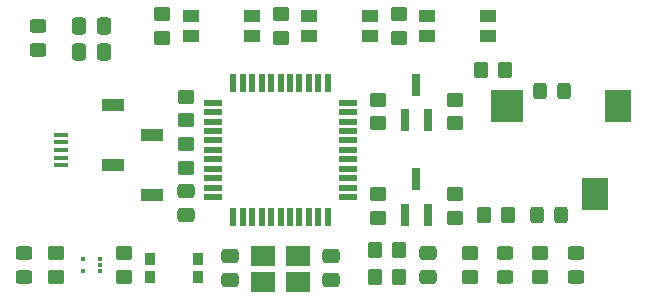
<source format=gbr>
%TF.GenerationSoftware,KiCad,Pcbnew,(6.0.0)*%
%TF.CreationDate,2022-01-08T12:12:36-06:00*%
%TF.ProjectId,microkfd,6d696372-6f6b-4666-942e-6b696361645f,B*%
%TF.SameCoordinates,Original*%
%TF.FileFunction,Paste,Top*%
%TF.FilePolarity,Positive*%
%FSLAX46Y46*%
G04 Gerber Fmt 4.6, Leading zero omitted, Abs format (unit mm)*
G04 Created by KiCad (PCBNEW (6.0.0)) date 2022-01-08 12:12:36*
%MOMM*%
%LPD*%
G01*
G04 APERTURE LIST*
G04 Aperture macros list*
%AMRoundRect*
0 Rectangle with rounded corners*
0 $1 Rounding radius*
0 $2 $3 $4 $5 $6 $7 $8 $9 X,Y pos of 4 corners*
0 Add a 4 corners polygon primitive as box body*
4,1,4,$2,$3,$4,$5,$6,$7,$8,$9,$2,$3,0*
0 Add four circle primitives for the rounded corners*
1,1,$1+$1,$2,$3*
1,1,$1+$1,$4,$5*
1,1,$1+$1,$6,$7*
1,1,$1+$1,$8,$9*
0 Add four rect primitives between the rounded corners*
20,1,$1+$1,$2,$3,$4,$5,0*
20,1,$1+$1,$4,$5,$6,$7,0*
20,1,$1+$1,$6,$7,$8,$9,0*
20,1,$1+$1,$8,$9,$2,$3,0*%
G04 Aperture macros list end*
%ADD10R,1.500000X0.550000*%
%ADD11R,0.550000X1.500000*%
%ADD12R,1.300000X0.450000*%
%ADD13RoundRect,0.250000X0.475000X-0.337500X0.475000X0.337500X-0.475000X0.337500X-0.475000X-0.337500X0*%
%ADD14RoundRect,0.250000X-0.475000X0.337500X-0.475000X-0.337500X0.475000X-0.337500X0.475000X0.337500X0*%
%ADD15RoundRect,0.250000X-0.337500X-0.475000X0.337500X-0.475000X0.337500X0.475000X-0.337500X0.475000X0*%
%ADD16RoundRect,0.249999X-0.325001X-0.450001X0.325001X-0.450001X0.325001X0.450001X-0.325001X0.450001X0*%
%ADD17RoundRect,0.249999X0.325001X0.450001X-0.325001X0.450001X-0.325001X-0.450001X0.325001X-0.450001X0*%
%ADD18RoundRect,0.249999X-0.450001X0.325001X-0.450001X-0.325001X0.450001X-0.325001X0.450001X0.325001X0*%
%ADD19RoundRect,0.249999X0.450001X-0.325001X0.450001X0.325001X-0.450001X0.325001X-0.450001X-0.325001X0*%
%ADD20R,2.200000X2.800000*%
%ADD21R,2.800000X2.800000*%
%ADD22R,1.900000X1.000000*%
%ADD23R,0.800000X1.900000*%
%ADD24RoundRect,0.249999X-0.450001X0.350001X-0.450001X-0.350001X0.450001X-0.350001X0.450001X0.350001X0*%
%ADD25RoundRect,0.249999X0.450001X-0.350001X0.450001X0.350001X-0.450001X0.350001X-0.450001X-0.350001X0*%
%ADD26RoundRect,0.249999X-0.350001X-0.450001X0.350001X-0.450001X0.350001X0.450001X-0.350001X0.450001X0*%
%ADD27R,0.900000X1.000000*%
%ADD28R,1.450000X1.000000*%
%ADD29R,0.450000X0.300000*%
%ADD30R,2.100000X1.800000*%
G04 APERTURE END LIST*
D10*
%TO.C,U2*%
X109300000Y-96000000D03*
X109300000Y-96800000D03*
X109300000Y-97600000D03*
X109300000Y-98400000D03*
X109300000Y-99200000D03*
X109300000Y-100000000D03*
X109300000Y-100800000D03*
X109300000Y-101600000D03*
X109300000Y-102400000D03*
X109300000Y-103200000D03*
X109300000Y-104000000D03*
D11*
X111000000Y-105700000D03*
X111800000Y-105700000D03*
X112600000Y-105700000D03*
X113400000Y-105700000D03*
X114200000Y-105700000D03*
X115000000Y-105700000D03*
X115800000Y-105700000D03*
X116600000Y-105700000D03*
X117400000Y-105700000D03*
X118200000Y-105700000D03*
X119000000Y-105700000D03*
D10*
X120700000Y-104000000D03*
X120700000Y-103200000D03*
X120700000Y-102400000D03*
X120700000Y-101600000D03*
X120700000Y-100800000D03*
X120700000Y-100000000D03*
X120700000Y-99200000D03*
X120700000Y-98400000D03*
X120700000Y-97600000D03*
X120700000Y-96800000D03*
X120700000Y-96000000D03*
D11*
X119000000Y-94300000D03*
X118200000Y-94300000D03*
X117400000Y-94300000D03*
X116600000Y-94300000D03*
X115800000Y-94300000D03*
X115000000Y-94300000D03*
X114200000Y-94300000D03*
X113400000Y-94300000D03*
X112600000Y-94300000D03*
X111800000Y-94300000D03*
X111000000Y-94300000D03*
%TD*%
D12*
%TO.C,J1*%
X96400000Y-98700000D03*
X96400000Y-99350000D03*
X96400000Y-100000000D03*
X96400000Y-100650000D03*
X96400000Y-101300000D03*
%TD*%
D13*
%TO.C,C1*%
X119250000Y-108962500D03*
X119250000Y-111037500D03*
%TD*%
D14*
%TO.C,C2*%
X110750000Y-111037500D03*
X110750000Y-108962500D03*
%TD*%
%TO.C,C3*%
X107000000Y-103462500D03*
X107000000Y-105537500D03*
%TD*%
D15*
%TO.C,C4*%
X97962500Y-89500000D03*
X100037500Y-89500000D03*
%TD*%
D13*
%TO.C,C5*%
X127500000Y-110787500D03*
X127500000Y-108712500D03*
%TD*%
D15*
%TO.C,C6*%
X100037500Y-91750000D03*
X97962500Y-91750000D03*
%TD*%
D16*
%TO.C,D1*%
X136975000Y-95000000D03*
X139025000Y-95000000D03*
%TD*%
D17*
%TO.C,D2*%
X138775000Y-105500000D03*
X136725000Y-105500000D03*
%TD*%
D18*
%TO.C,D3*%
X93250000Y-110775000D03*
X93250000Y-108725000D03*
%TD*%
D19*
%TO.C,D4*%
X134000000Y-110750000D03*
X134000000Y-108700000D03*
%TD*%
%TO.C,D5*%
X140000000Y-108725000D03*
X140000000Y-110775000D03*
%TD*%
D18*
%TO.C,F1*%
X94500000Y-89475000D03*
X94500000Y-91525000D03*
%TD*%
D20*
%TO.C,J2*%
X141600000Y-103700000D03*
X143600000Y-96300000D03*
D21*
X134200000Y-96300000D03*
%TD*%
D22*
%TO.C,J3*%
X104150000Y-103810000D03*
X104150000Y-98730000D03*
X100850000Y-101270000D03*
X100850000Y-96190000D03*
%TD*%
D23*
%TO.C,Q1*%
X125550000Y-97500000D03*
X127450000Y-97500000D03*
X126500000Y-94500000D03*
%TD*%
%TO.C,Q2*%
X126500000Y-102500000D03*
X127450000Y-105500000D03*
X125550000Y-105500000D03*
%TD*%
D24*
%TO.C,R1*%
X107000000Y-99500000D03*
X107000000Y-101500000D03*
%TD*%
%TO.C,R2*%
X107000000Y-97500000D03*
X107000000Y-95500000D03*
%TD*%
D25*
%TO.C,R3*%
X101750000Y-108750000D03*
X101750000Y-110750000D03*
%TD*%
D26*
%TO.C,R4*%
X123000000Y-110750000D03*
X125000000Y-110750000D03*
%TD*%
D25*
%TO.C,R5*%
X105000000Y-88500000D03*
X105000000Y-90500000D03*
%TD*%
D26*
%TO.C,R6*%
X123000000Y-108500000D03*
X125000000Y-108500000D03*
%TD*%
D25*
%TO.C,R7*%
X115000000Y-90500000D03*
X115000000Y-88500000D03*
%TD*%
%TO.C,R8*%
X123250000Y-95750000D03*
X123250000Y-97750000D03*
%TD*%
%TO.C,R9*%
X123250000Y-105750000D03*
X123250000Y-103750000D03*
%TD*%
D24*
%TO.C,R10*%
X129750000Y-95750000D03*
X129750000Y-97750000D03*
%TD*%
D25*
%TO.C,R11*%
X129750000Y-105750000D03*
X129750000Y-103750000D03*
%TD*%
%TO.C,R12*%
X125000000Y-88500000D03*
X125000000Y-90500000D03*
%TD*%
D26*
%TO.C,R13*%
X132000000Y-93250000D03*
X134000000Y-93250000D03*
%TD*%
%TO.C,R14*%
X134250000Y-105500000D03*
X132250000Y-105500000D03*
%TD*%
D24*
%TO.C,R15*%
X96000000Y-110750000D03*
X96000000Y-108750000D03*
%TD*%
%TO.C,R16*%
X131000000Y-108750000D03*
X131000000Y-110750000D03*
%TD*%
%TO.C,R17*%
X137000000Y-110750000D03*
X137000000Y-108750000D03*
%TD*%
D27*
%TO.C,SW1*%
X108050000Y-110800000D03*
X108050000Y-109200000D03*
X103950000Y-110800000D03*
X103950000Y-109200000D03*
%TD*%
D28*
%TO.C,SW2*%
X112575000Y-90350000D03*
X107425000Y-90350000D03*
X107425000Y-88650000D03*
X112575000Y-88650000D03*
%TD*%
%TO.C,SW3*%
X122575000Y-88650000D03*
X117425000Y-88650000D03*
X117425000Y-90350000D03*
X122575000Y-90350000D03*
%TD*%
%TO.C,SW4*%
X132575000Y-90350000D03*
X127425000Y-90350000D03*
X127425000Y-88650000D03*
X132575000Y-88650000D03*
%TD*%
D29*
%TO.C,U1*%
X99700000Y-110250000D03*
X99700000Y-109250000D03*
X98300000Y-110250000D03*
X99700000Y-109750000D03*
X98300000Y-109250000D03*
%TD*%
D30*
%TO.C,Y1*%
X113550000Y-111200000D03*
X116450000Y-111200000D03*
X116450000Y-109000000D03*
X113550000Y-109000000D03*
%TD*%
M02*

</source>
